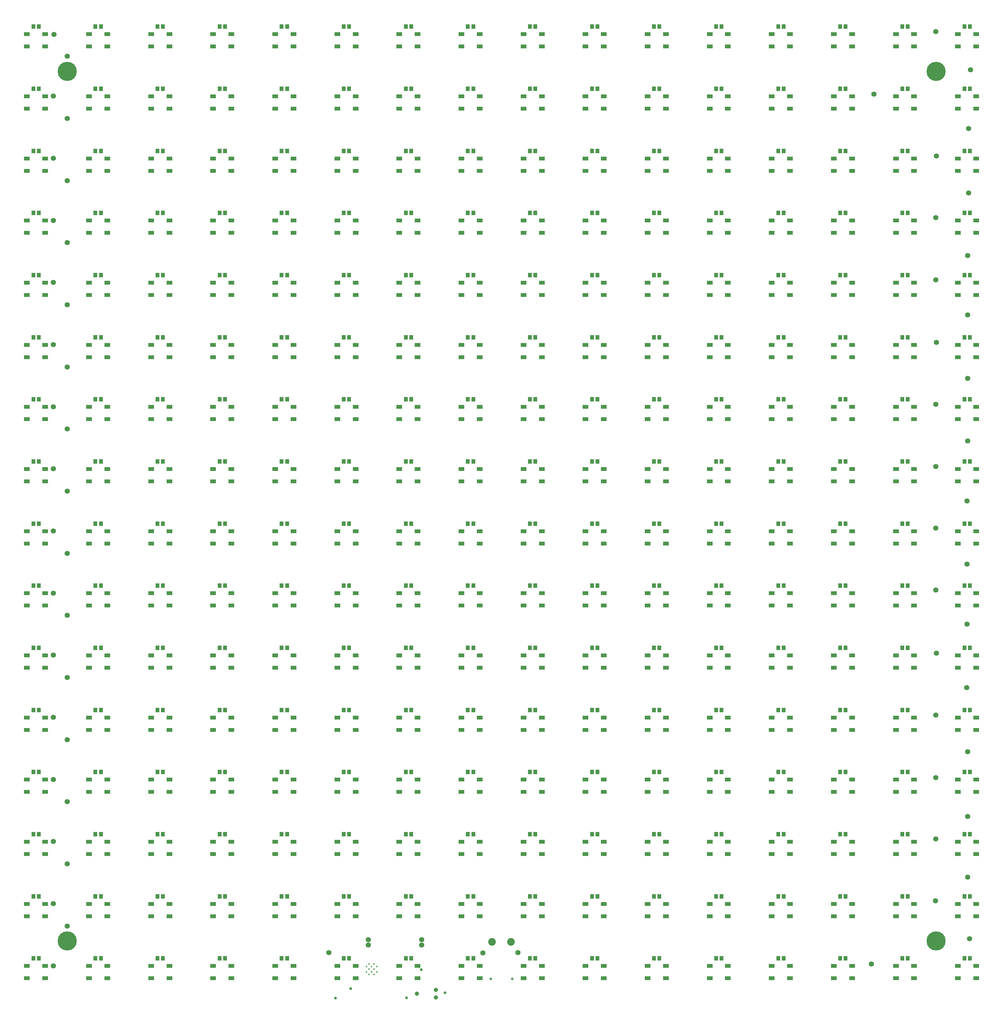
<source format=gts>
G04*
G04 #@! TF.GenerationSoftware,Altium Limited,Altium Designer,24.3.1 (35)*
G04*
G04 Layer_Color=8388736*
%FSLAX25Y25*%
%MOIN*%
G70*
G04*
G04 #@! TF.SameCoordinates,990AA879-4203-459C-8826-AB23A681A769*
G04*
G04*
G04 #@! TF.FilePolarity,Negative*
G04*
G01*
G75*
%ADD14R,0.04331X0.04724*%
%ADD15R,0.06496X0.04134*%
%ADD16C,0.04492*%
%ADD17C,0.01575*%
%ADD18C,0.02559*%
%ADD19C,0.20276*%
%ADD20C,0.08071*%
%ADD21C,0.02953*%
%ADD22C,0.05591*%
D14*
X554331Y506134D02*
D03*
X560039D02*
D03*
X488779D02*
D03*
X494488D02*
D03*
X423228D02*
D03*
X428937D02*
D03*
X357677D02*
D03*
X363386D02*
D03*
X423228Y899441D02*
D03*
X428937D02*
D03*
X882087Y637236D02*
D03*
X887795D02*
D03*
X226575Y506134D02*
D03*
X232283D02*
D03*
X292126D02*
D03*
X297835D02*
D03*
X357677Y899441D02*
D03*
X363386D02*
D03*
X750984Y637236D02*
D03*
X756693D02*
D03*
X750984Y833890D02*
D03*
X756693D02*
D03*
X685433Y571685D02*
D03*
X691142D02*
D03*
X619882D02*
D03*
X625591D02*
D03*
X554331D02*
D03*
X560039D02*
D03*
X488779D02*
D03*
X494488D02*
D03*
X750984D02*
D03*
X756693D02*
D03*
X554331Y899441D02*
D03*
X560039D02*
D03*
X357677Y375031D02*
D03*
X363386D02*
D03*
X357677Y440583D02*
D03*
X363386D02*
D03*
X423228D02*
D03*
X428937D02*
D03*
X161024Y375031D02*
D03*
X166732D02*
D03*
X95472D02*
D03*
X101181D02*
D03*
X1013189Y47276D02*
D03*
X1018898D02*
D03*
X488779Y440583D02*
D03*
X494488D02*
D03*
X1013189Y112827D02*
D03*
X1018898D02*
D03*
X1013189Y178378D02*
D03*
X1018898D02*
D03*
X1013189Y243929D02*
D03*
X1018898D02*
D03*
X1013189Y309480D02*
D03*
X1018898D02*
D03*
X1013189Y375031D02*
D03*
X1018898D02*
D03*
X1013189Y440583D02*
D03*
X1018898D02*
D03*
X1013189Y506134D02*
D03*
X1018898D02*
D03*
X1013189Y571685D02*
D03*
X1018898D02*
D03*
X423228Y964992D02*
D03*
X428937D02*
D03*
X226575Y702787D02*
D03*
X232283D02*
D03*
X161024D02*
D03*
X166732D02*
D03*
X161024Y899441D02*
D03*
X166732D02*
D03*
X95472Y702787D02*
D03*
X101181D02*
D03*
X292126Y768339D02*
D03*
X297835D02*
D03*
X226575D02*
D03*
X232283D02*
D03*
X95472D02*
D03*
X101181D02*
D03*
X882087Y1030543D02*
D03*
X887795D02*
D03*
X882087Y964992D02*
D03*
X887795D02*
D03*
X947638Y1030543D02*
D03*
X953347D02*
D03*
X95472Y833890D02*
D03*
X101181D02*
D03*
X750984Y1030543D02*
D03*
X756693D02*
D03*
X947638Y964992D02*
D03*
X953347D02*
D03*
X816535Y1030543D02*
D03*
X822244D02*
D03*
X292126D02*
D03*
X297835D02*
D03*
X292126Y899441D02*
D03*
X297835D02*
D03*
X685433Y637236D02*
D03*
X691142D02*
D03*
X619882D02*
D03*
X625591D02*
D03*
X554331D02*
D03*
X560039D02*
D03*
X488779D02*
D03*
X494488D02*
D03*
X292126D02*
D03*
X297835D02*
D03*
X226575D02*
D03*
X232283D02*
D03*
X357677D02*
D03*
X363386D02*
D03*
X226575Y899441D02*
D03*
X232283D02*
D03*
X554331Y702787D02*
D03*
X560039D02*
D03*
X554331Y768339D02*
D03*
X560039D02*
D03*
X554331Y833890D02*
D03*
X560039D02*
D03*
X357677Y702787D02*
D03*
X363386D02*
D03*
X488779Y768339D02*
D03*
X494488D02*
D03*
X488779Y702787D02*
D03*
X494488D02*
D03*
X423228D02*
D03*
X428937D02*
D03*
X619882Y47276D02*
D03*
X625591D02*
D03*
X685433D02*
D03*
X691142D02*
D03*
X947638Y637236D02*
D03*
X953347D02*
D03*
X750984Y47276D02*
D03*
X756693D02*
D03*
X816535D02*
D03*
X822244D02*
D03*
X882087D02*
D03*
X887795D02*
D03*
X554331D02*
D03*
X560039D02*
D03*
X947638D02*
D03*
X953347D02*
D03*
X882087Y506134D02*
D03*
X887795D02*
D03*
X947638D02*
D03*
X953347D02*
D03*
X750984Y440583D02*
D03*
X756693D02*
D03*
X947638Y571685D02*
D03*
X953347D02*
D03*
X947638Y702787D02*
D03*
X953347D02*
D03*
X947638Y768339D02*
D03*
X953347D02*
D03*
X947638Y833890D02*
D03*
X953347D02*
D03*
X947638Y899441D02*
D03*
X953347D02*
D03*
X357677Y1030543D02*
D03*
X363386D02*
D03*
X226575D02*
D03*
X232283D02*
D03*
X161024Y964992D02*
D03*
X166732D02*
D03*
X161024Y1030543D02*
D03*
X166732D02*
D03*
X95472D02*
D03*
X101181D02*
D03*
X226575Y964992D02*
D03*
X232283D02*
D03*
X29921Y1030543D02*
D03*
X35630D02*
D03*
X95472Y964992D02*
D03*
X101181D02*
D03*
X29921Y47276D02*
D03*
X35630D02*
D03*
X29921Y964992D02*
D03*
X35630D02*
D03*
X29921Y178378D02*
D03*
X35630D02*
D03*
X29921Y243929D02*
D03*
X35630D02*
D03*
X29921Y309480D02*
D03*
X35630D02*
D03*
X29921Y702787D02*
D03*
X35630D02*
D03*
X29921Y375031D02*
D03*
X35630D02*
D03*
X29921Y440583D02*
D03*
X35630D02*
D03*
X226575Y243929D02*
D03*
X232283D02*
D03*
X161024D02*
D03*
X166732D02*
D03*
X423228Y309480D02*
D03*
X428937D02*
D03*
X226575D02*
D03*
X232283D02*
D03*
X357677Y178378D02*
D03*
X363386D02*
D03*
X95472Y243929D02*
D03*
X101181D02*
D03*
X161024Y309480D02*
D03*
X166732D02*
D03*
X226575Y178378D02*
D03*
X232283D02*
D03*
X95472Y112827D02*
D03*
X101181D02*
D03*
X488779Y243929D02*
D03*
X494488D02*
D03*
X226575Y112827D02*
D03*
X232283D02*
D03*
X554331Y375031D02*
D03*
X560039D02*
D03*
X488779D02*
D03*
X494488D02*
D03*
X488779Y309480D02*
D03*
X494488D02*
D03*
X423228Y375031D02*
D03*
X428937D02*
D03*
X423228Y243929D02*
D03*
X428937D02*
D03*
X750984Y112827D02*
D03*
X756693D02*
D03*
X816535Y178378D02*
D03*
X822244D02*
D03*
X554331Y309480D02*
D03*
X560039D02*
D03*
X816535Y112827D02*
D03*
X822244D02*
D03*
X882087D02*
D03*
X887795D02*
D03*
X947638D02*
D03*
X953347D02*
D03*
X947638Y178378D02*
D03*
X953347D02*
D03*
X947638Y243929D02*
D03*
X953347D02*
D03*
X619882Y112827D02*
D03*
X625591D02*
D03*
X882087Y309480D02*
D03*
X887795D02*
D03*
X685433Y899441D02*
D03*
X691142D02*
D03*
X619882Y178378D02*
D03*
X625591D02*
D03*
X619882Y243929D02*
D03*
X625591D02*
D03*
X750984Y178378D02*
D03*
X756693D02*
D03*
X750984Y243929D02*
D03*
X756693D02*
D03*
X750984Y899441D02*
D03*
X756693D02*
D03*
X423228Y571685D02*
D03*
X428937D02*
D03*
X357677D02*
D03*
X363386D02*
D03*
X292126D02*
D03*
X297835D02*
D03*
X226575D02*
D03*
X232283D02*
D03*
X95472Y637236D02*
D03*
X101181D02*
D03*
X750984Y702787D02*
D03*
X756693D02*
D03*
X750984Y768339D02*
D03*
X756693D02*
D03*
X816535Y833890D02*
D03*
X822244D02*
D03*
X423228Y637236D02*
D03*
X428937D02*
D03*
X161024D02*
D03*
X166732D02*
D03*
X685433Y702787D02*
D03*
X691142D02*
D03*
X685433Y768339D02*
D03*
X691142D02*
D03*
X685433Y833890D02*
D03*
X691142D02*
D03*
X619882Y702787D02*
D03*
X625591D02*
D03*
X619882Y768339D02*
D03*
X625591D02*
D03*
X619882Y833890D02*
D03*
X625591D02*
D03*
X1013189Y637236D02*
D03*
X1018898D02*
D03*
X488779Y899441D02*
D03*
X494488D02*
D03*
X1013189Y702787D02*
D03*
X1018898D02*
D03*
X1013189Y768339D02*
D03*
X1018898D02*
D03*
X1013189Y833890D02*
D03*
X1018898D02*
D03*
X1013189Y899441D02*
D03*
X1018898D02*
D03*
X1013189Y964992D02*
D03*
X1018898D02*
D03*
X1013189Y1030543D02*
D03*
X1018898D02*
D03*
X882087Y768339D02*
D03*
X887795D02*
D03*
X882087Y833890D02*
D03*
X887795D02*
D03*
X816535Y571685D02*
D03*
X822244D02*
D03*
X816535Y637236D02*
D03*
X822244D02*
D03*
X816535Y702787D02*
D03*
X822244D02*
D03*
X816535Y768339D02*
D03*
X822244D02*
D03*
X882087Y571685D02*
D03*
X887795D02*
D03*
X882087Y702787D02*
D03*
X887795D02*
D03*
X619882Y1030543D02*
D03*
X625591D02*
D03*
X685433D02*
D03*
X691142D02*
D03*
X554331D02*
D03*
X560039D02*
D03*
X488779D02*
D03*
X494488D02*
D03*
X423228D02*
D03*
X428937D02*
D03*
X357677Y964992D02*
D03*
X363386D02*
D03*
X95472Y899441D02*
D03*
X101181D02*
D03*
X292126Y964992D02*
D03*
X297835D02*
D03*
X29921Y506134D02*
D03*
X35630D02*
D03*
X29921Y637236D02*
D03*
X35630D02*
D03*
X29921Y571685D02*
D03*
X35630D02*
D03*
X882087Y375031D02*
D03*
X887795D02*
D03*
X685433D02*
D03*
X691142D02*
D03*
X750984D02*
D03*
X756693D02*
D03*
X619882D02*
D03*
X625591D02*
D03*
X161024Y506134D02*
D03*
X166732D02*
D03*
X423228Y768339D02*
D03*
X428937D02*
D03*
X357677D02*
D03*
X363386D02*
D03*
X488779Y833890D02*
D03*
X494488D02*
D03*
X423228D02*
D03*
X428937D02*
D03*
X357677D02*
D03*
X363386D02*
D03*
X292126Y702787D02*
D03*
X297835D02*
D03*
X292126Y833890D02*
D03*
X297835D02*
D03*
X226575D02*
D03*
X232283D02*
D03*
X161024Y768339D02*
D03*
X166732D02*
D03*
X161024Y833890D02*
D03*
X166732D02*
D03*
X816535Y964992D02*
D03*
X822244D02*
D03*
X750984D02*
D03*
X756693D02*
D03*
X685433D02*
D03*
X691142D02*
D03*
X619882D02*
D03*
X625591D02*
D03*
X554331D02*
D03*
X560039D02*
D03*
X488779D02*
D03*
X494488D02*
D03*
X816535Y506134D02*
D03*
X822244D02*
D03*
X816535Y440583D02*
D03*
X822244D02*
D03*
X947638Y309480D02*
D03*
X953347D02*
D03*
X882087Y440583D02*
D03*
X887795D02*
D03*
X947638D02*
D03*
X953347D02*
D03*
X619882Y506134D02*
D03*
X625591D02*
D03*
X685433D02*
D03*
X691142D02*
D03*
X750984D02*
D03*
X756693D02*
D03*
X947638Y375031D02*
D03*
X953347D02*
D03*
X816535D02*
D03*
X822244D02*
D03*
X882087Y178378D02*
D03*
X887795D02*
D03*
X554331D02*
D03*
X560039D02*
D03*
X685433Y440583D02*
D03*
X691142D02*
D03*
X816535Y899441D02*
D03*
X822244D02*
D03*
X882087Y243929D02*
D03*
X887795D02*
D03*
X816535D02*
D03*
X822244D02*
D03*
X29921Y112827D02*
D03*
X35630D02*
D03*
X29921Y768339D02*
D03*
X35630D02*
D03*
X29921Y833890D02*
D03*
X35630D02*
D03*
X29921Y899441D02*
D03*
X35630D02*
D03*
X95472Y571685D02*
D03*
X101181D02*
D03*
X161024D02*
D03*
X166732D02*
D03*
X95472Y506134D02*
D03*
X101181D02*
D03*
X95472Y440583D02*
D03*
X101181D02*
D03*
X488779Y47276D02*
D03*
X494488D02*
D03*
X95472D02*
D03*
X101181D02*
D03*
X882087Y899441D02*
D03*
X887795D02*
D03*
X161024Y47276D02*
D03*
X166732D02*
D03*
X226575D02*
D03*
X232283D02*
D03*
X292126D02*
D03*
X297835D02*
D03*
X357677D02*
D03*
X363386D02*
D03*
X423228D02*
D03*
X428937D02*
D03*
X161024Y112827D02*
D03*
X166732D02*
D03*
X488779Y178378D02*
D03*
X494488D02*
D03*
X423228D02*
D03*
X428937D02*
D03*
X292126Y112827D02*
D03*
X297835D02*
D03*
X488779D02*
D03*
X494488D02*
D03*
X423228D02*
D03*
X428937D02*
D03*
X357677D02*
D03*
X363386D02*
D03*
X619882Y899441D02*
D03*
X625591D02*
D03*
X554331Y112827D02*
D03*
X560039D02*
D03*
X554331Y440583D02*
D03*
X560039D02*
D03*
X619882D02*
D03*
X625591D02*
D03*
X292126Y375031D02*
D03*
X297835D02*
D03*
X292126Y440583D02*
D03*
X297835D02*
D03*
X226575Y375031D02*
D03*
X232283D02*
D03*
X226575Y440583D02*
D03*
X232283D02*
D03*
X161024D02*
D03*
X166732D02*
D03*
X685433Y112827D02*
D03*
X691142D02*
D03*
X685433Y178378D02*
D03*
X691142D02*
D03*
X161024D02*
D03*
X166732D02*
D03*
X685433Y243929D02*
D03*
X691142D02*
D03*
X685433Y309480D02*
D03*
X691142D02*
D03*
X619882D02*
D03*
X625591D02*
D03*
X554331Y243929D02*
D03*
X560039D02*
D03*
X750984Y309480D02*
D03*
X756693D02*
D03*
X357677Y243929D02*
D03*
X363386D02*
D03*
X95472Y178378D02*
D03*
X101181D02*
D03*
X357677Y309480D02*
D03*
X363386D02*
D03*
X292126Y243929D02*
D03*
X297835D02*
D03*
X292126Y178378D02*
D03*
X297835D02*
D03*
X292126Y309480D02*
D03*
X297835D02*
D03*
X95472D02*
D03*
X101181D02*
D03*
X816535D02*
D03*
X822244D02*
D03*
D15*
X678642Y1022539D02*
D03*
Y1009547D02*
D03*
X697933D02*
D03*
Y1022539D02*
D03*
X547539D02*
D03*
Y1009547D02*
D03*
X566831D02*
D03*
Y1022539D02*
D03*
X613091D02*
D03*
Y1009547D02*
D03*
X632382D02*
D03*
Y1022539D02*
D03*
X678642Y956988D02*
D03*
Y943996D02*
D03*
X697933D02*
D03*
Y956988D02*
D03*
X613091D02*
D03*
Y943996D02*
D03*
X632382D02*
D03*
Y956988D02*
D03*
X547539D02*
D03*
Y943996D02*
D03*
X566831D02*
D03*
Y956988D02*
D03*
X1006398D02*
D03*
Y943996D02*
D03*
X1025689D02*
D03*
Y956988D02*
D03*
X940847D02*
D03*
Y943996D02*
D03*
X960138D02*
D03*
Y956988D02*
D03*
X1006398Y1022539D02*
D03*
Y1009547D02*
D03*
X1025689D02*
D03*
Y1022539D02*
D03*
X940847D02*
D03*
Y1009547D02*
D03*
X960138D02*
D03*
Y1022539D02*
D03*
X875295Y956988D02*
D03*
Y943996D02*
D03*
X894587D02*
D03*
Y956988D02*
D03*
X809744D02*
D03*
Y943996D02*
D03*
X829035D02*
D03*
Y956988D02*
D03*
X744193D02*
D03*
Y943996D02*
D03*
X763484D02*
D03*
Y956988D02*
D03*
X744193Y1022539D02*
D03*
Y1009547D02*
D03*
X763484D02*
D03*
Y1022539D02*
D03*
X875295D02*
D03*
Y1009547D02*
D03*
X894587D02*
D03*
Y1022539D02*
D03*
X809744D02*
D03*
Y1009547D02*
D03*
X829035D02*
D03*
Y1022539D02*
D03*
X23130D02*
D03*
Y1009547D02*
D03*
X42421D02*
D03*
Y1022539D02*
D03*
X23130Y956988D02*
D03*
Y943996D02*
D03*
X42421D02*
D03*
Y956988D02*
D03*
X154232Y1022539D02*
D03*
Y1009547D02*
D03*
X173524D02*
D03*
Y1022539D02*
D03*
X219783D02*
D03*
Y1009547D02*
D03*
X239075D02*
D03*
Y1022539D02*
D03*
X285335D02*
D03*
Y1009547D02*
D03*
X304626D02*
D03*
Y1022539D02*
D03*
X416437D02*
D03*
Y1009547D02*
D03*
X435728D02*
D03*
Y1022539D02*
D03*
X481988D02*
D03*
Y1009547D02*
D03*
X501280D02*
D03*
Y1022539D02*
D03*
X350886D02*
D03*
Y1009547D02*
D03*
X370177D02*
D03*
Y1022539D02*
D03*
X481988Y956988D02*
D03*
Y943996D02*
D03*
X501280D02*
D03*
Y956988D02*
D03*
X416437D02*
D03*
Y943996D02*
D03*
X435728D02*
D03*
Y956988D02*
D03*
X350886D02*
D03*
Y943996D02*
D03*
X370177D02*
D03*
Y956988D02*
D03*
X285335D02*
D03*
Y943996D02*
D03*
X304626D02*
D03*
Y956988D02*
D03*
X219783D02*
D03*
Y943996D02*
D03*
X239075D02*
D03*
Y956988D02*
D03*
X154232D02*
D03*
Y943996D02*
D03*
X173524D02*
D03*
Y956988D02*
D03*
X88681Y1022539D02*
D03*
Y1009547D02*
D03*
X107973D02*
D03*
Y1022539D02*
D03*
X88681Y956988D02*
D03*
Y943996D02*
D03*
X107973D02*
D03*
Y956988D02*
D03*
X416437Y891437D02*
D03*
Y878445D02*
D03*
X435728D02*
D03*
Y891437D02*
D03*
X350886D02*
D03*
Y878445D02*
D03*
X370177D02*
D03*
Y891437D02*
D03*
X940847D02*
D03*
Y878445D02*
D03*
X960138D02*
D03*
Y891437D02*
D03*
X875295D02*
D03*
Y878445D02*
D03*
X894587D02*
D03*
Y891437D02*
D03*
X285335D02*
D03*
Y878445D02*
D03*
X304626D02*
D03*
Y891437D02*
D03*
X219783D02*
D03*
Y878445D02*
D03*
X239075D02*
D03*
Y891437D02*
D03*
X88681D02*
D03*
Y878445D02*
D03*
X107973D02*
D03*
Y891437D02*
D03*
X154232D02*
D03*
Y878445D02*
D03*
X173524D02*
D03*
Y891437D02*
D03*
X678642D02*
D03*
Y878445D02*
D03*
X697933D02*
D03*
Y891437D02*
D03*
X613091D02*
D03*
Y878445D02*
D03*
X632382D02*
D03*
Y891437D02*
D03*
X809744D02*
D03*
Y878445D02*
D03*
X829035D02*
D03*
Y891437D02*
D03*
X744193D02*
D03*
Y878445D02*
D03*
X763484D02*
D03*
Y891437D02*
D03*
X481988D02*
D03*
Y878445D02*
D03*
X501280D02*
D03*
Y891437D02*
D03*
X547539D02*
D03*
Y878445D02*
D03*
X566831D02*
D03*
Y891437D02*
D03*
X23130D02*
D03*
Y878445D02*
D03*
X42421D02*
D03*
Y891437D02*
D03*
X1006398D02*
D03*
Y878445D02*
D03*
X1025689D02*
D03*
Y891437D02*
D03*
X23130Y170374D02*
D03*
Y157382D02*
D03*
X42421D02*
D03*
Y170374D02*
D03*
X154232D02*
D03*
Y157382D02*
D03*
X173524D02*
D03*
Y170374D02*
D03*
X285335D02*
D03*
Y157382D02*
D03*
X304626D02*
D03*
Y170374D02*
D03*
X350886D02*
D03*
Y157382D02*
D03*
X370177D02*
D03*
Y170374D02*
D03*
X219783D02*
D03*
Y157382D02*
D03*
X239075D02*
D03*
Y170374D02*
D03*
X88681D02*
D03*
Y157382D02*
D03*
X107973D02*
D03*
Y170374D02*
D03*
X547539Y367027D02*
D03*
Y354035D02*
D03*
X566831D02*
D03*
Y367027D02*
D03*
X613091D02*
D03*
Y354035D02*
D03*
X632382D02*
D03*
Y367027D02*
D03*
X481988D02*
D03*
Y354035D02*
D03*
X501280D02*
D03*
Y367027D02*
D03*
X809744Y104823D02*
D03*
Y91831D02*
D03*
X829035D02*
D03*
Y104823D02*
D03*
X678642D02*
D03*
Y91831D02*
D03*
X697933D02*
D03*
Y104823D02*
D03*
X744193D02*
D03*
Y91831D02*
D03*
X763484D02*
D03*
Y104823D02*
D03*
X613091D02*
D03*
Y91831D02*
D03*
X632382D02*
D03*
Y104823D02*
D03*
X678642Y367027D02*
D03*
Y354035D02*
D03*
X697933D02*
D03*
Y367027D02*
D03*
X744193D02*
D03*
Y354035D02*
D03*
X763484D02*
D03*
Y367027D02*
D03*
X809744D02*
D03*
Y354035D02*
D03*
X829035D02*
D03*
Y367027D02*
D03*
X744193Y432579D02*
D03*
Y419587D02*
D03*
X763484D02*
D03*
Y432579D02*
D03*
X547539D02*
D03*
Y419587D02*
D03*
X566831D02*
D03*
Y432579D02*
D03*
X481988D02*
D03*
Y419587D02*
D03*
X501280D02*
D03*
Y432579D02*
D03*
X613091D02*
D03*
Y419587D02*
D03*
X632382D02*
D03*
Y432579D02*
D03*
X678642D02*
D03*
Y419587D02*
D03*
X697933D02*
D03*
Y432579D02*
D03*
X809744D02*
D03*
Y419587D02*
D03*
X829035D02*
D03*
Y432579D02*
D03*
X547539Y104823D02*
D03*
Y91831D02*
D03*
X566831D02*
D03*
Y104823D02*
D03*
X547539Y498130D02*
D03*
Y485138D02*
D03*
X566831D02*
D03*
Y498130D02*
D03*
X481988D02*
D03*
Y485138D02*
D03*
X501280D02*
D03*
Y498130D02*
D03*
X481988Y629232D02*
D03*
Y616240D02*
D03*
X501280D02*
D03*
Y629232D02*
D03*
X547539D02*
D03*
Y616240D02*
D03*
X566831D02*
D03*
Y629232D02*
D03*
X613091D02*
D03*
Y616240D02*
D03*
X632382D02*
D03*
Y629232D02*
D03*
X744193Y498130D02*
D03*
Y485138D02*
D03*
X763484D02*
D03*
Y498130D02*
D03*
X678642D02*
D03*
Y485138D02*
D03*
X697933D02*
D03*
Y498130D02*
D03*
X613091D02*
D03*
Y485138D02*
D03*
X632382D02*
D03*
Y498130D02*
D03*
X744193Y629232D02*
D03*
Y616240D02*
D03*
X763484D02*
D03*
Y629232D02*
D03*
X678642D02*
D03*
Y616240D02*
D03*
X697933D02*
D03*
Y629232D02*
D03*
X809744D02*
D03*
Y616240D02*
D03*
X829035D02*
D03*
Y629232D02*
D03*
X744193Y563681D02*
D03*
Y550689D02*
D03*
X763484D02*
D03*
Y563681D02*
D03*
X809744D02*
D03*
Y550689D02*
D03*
X829035D02*
D03*
Y563681D02*
D03*
X547539D02*
D03*
Y550689D02*
D03*
X566831D02*
D03*
Y563681D02*
D03*
X678642D02*
D03*
Y550689D02*
D03*
X697933D02*
D03*
Y563681D02*
D03*
X613091D02*
D03*
Y550689D02*
D03*
X632382D02*
D03*
Y563681D02*
D03*
X481988D02*
D03*
Y550689D02*
D03*
X501280D02*
D03*
Y563681D02*
D03*
X744193Y301476D02*
D03*
Y288484D02*
D03*
X763484D02*
D03*
Y301476D02*
D03*
X809744D02*
D03*
Y288484D02*
D03*
X829035D02*
D03*
Y301476D02*
D03*
X678642D02*
D03*
Y288484D02*
D03*
X697933D02*
D03*
Y301476D02*
D03*
X613091D02*
D03*
Y288484D02*
D03*
X632382D02*
D03*
Y301476D02*
D03*
X1006398D02*
D03*
Y288484D02*
D03*
X1025689D02*
D03*
Y301476D02*
D03*
X547539D02*
D03*
Y288484D02*
D03*
X566831D02*
D03*
Y301476D02*
D03*
X940847D02*
D03*
Y288484D02*
D03*
X960138D02*
D03*
Y301476D02*
D03*
X875295D02*
D03*
Y288484D02*
D03*
X894587D02*
D03*
Y301476D02*
D03*
X481988D02*
D03*
Y288484D02*
D03*
X501280D02*
D03*
Y301476D02*
D03*
X416437D02*
D03*
Y288484D02*
D03*
X435728D02*
D03*
Y301476D02*
D03*
X350886D02*
D03*
Y288484D02*
D03*
X370177D02*
D03*
Y301476D02*
D03*
X23130D02*
D03*
Y288484D02*
D03*
X42421D02*
D03*
Y301476D02*
D03*
X88681D02*
D03*
Y288484D02*
D03*
X107973D02*
D03*
Y301476D02*
D03*
X219783D02*
D03*
Y288484D02*
D03*
X239075D02*
D03*
Y301476D02*
D03*
X154232D02*
D03*
Y288484D02*
D03*
X173524D02*
D03*
Y301476D02*
D03*
X285335D02*
D03*
Y288484D02*
D03*
X304626D02*
D03*
Y301476D02*
D03*
X154232Y825886D02*
D03*
Y812894D02*
D03*
X173524D02*
D03*
Y825886D02*
D03*
X154232Y694783D02*
D03*
Y681791D02*
D03*
X173524D02*
D03*
Y694783D02*
D03*
X154232Y760335D02*
D03*
Y747342D02*
D03*
X173524D02*
D03*
Y760335D02*
D03*
X285335Y694783D02*
D03*
Y681791D02*
D03*
X304626D02*
D03*
Y694783D02*
D03*
X285335Y760335D02*
D03*
Y747342D02*
D03*
X304626D02*
D03*
Y760335D02*
D03*
X285335Y825886D02*
D03*
Y812894D02*
D03*
X304626D02*
D03*
Y825886D02*
D03*
X219783D02*
D03*
Y812894D02*
D03*
X239075D02*
D03*
Y825886D02*
D03*
X219783Y760335D02*
D03*
Y747342D02*
D03*
X239075D02*
D03*
Y760335D02*
D03*
X350886Y825886D02*
D03*
Y812894D02*
D03*
X370177D02*
D03*
Y825886D02*
D03*
X350886Y694783D02*
D03*
Y681791D02*
D03*
X370177D02*
D03*
Y694783D02*
D03*
X350886Y760335D02*
D03*
Y747342D02*
D03*
X370177D02*
D03*
Y760335D02*
D03*
X416437Y825886D02*
D03*
Y812894D02*
D03*
X435728D02*
D03*
Y825886D02*
D03*
X416437Y694783D02*
D03*
Y681791D02*
D03*
X435728D02*
D03*
Y694783D02*
D03*
X416437Y760335D02*
D03*
Y747342D02*
D03*
X435728D02*
D03*
Y760335D02*
D03*
X613091Y825886D02*
D03*
Y812894D02*
D03*
X632382D02*
D03*
Y825886D02*
D03*
X547539D02*
D03*
Y812894D02*
D03*
X566831D02*
D03*
Y825886D02*
D03*
X481988D02*
D03*
Y812894D02*
D03*
X501280D02*
D03*
Y825886D02*
D03*
X613091Y170374D02*
D03*
Y157382D02*
D03*
X632382D02*
D03*
Y170374D02*
D03*
X678642D02*
D03*
Y157382D02*
D03*
X697933D02*
D03*
Y170374D02*
D03*
X547539D02*
D03*
Y157382D02*
D03*
X566831D02*
D03*
Y170374D02*
D03*
X481988D02*
D03*
Y157382D02*
D03*
X501280D02*
D03*
Y170374D02*
D03*
X416437D02*
D03*
Y157382D02*
D03*
X435728D02*
D03*
Y170374D02*
D03*
X809744D02*
D03*
Y157382D02*
D03*
X829035D02*
D03*
Y170374D02*
D03*
X875295D02*
D03*
Y157382D02*
D03*
X894587D02*
D03*
Y170374D02*
D03*
X940847D02*
D03*
Y157382D02*
D03*
X960138D02*
D03*
Y170374D02*
D03*
X1006398D02*
D03*
Y157382D02*
D03*
X1025689D02*
D03*
Y170374D02*
D03*
X744193D02*
D03*
Y157382D02*
D03*
X763484D02*
D03*
Y170374D02*
D03*
X1006398Y825886D02*
D03*
Y812894D02*
D03*
X1025689D02*
D03*
Y825886D02*
D03*
X1006398Y694783D02*
D03*
Y681791D02*
D03*
X1025689D02*
D03*
Y694783D02*
D03*
X1006398Y760335D02*
D03*
Y747342D02*
D03*
X1025689D02*
D03*
Y760335D02*
D03*
X940847Y694783D02*
D03*
Y681791D02*
D03*
X960138D02*
D03*
Y694783D02*
D03*
X875295D02*
D03*
Y681791D02*
D03*
X894587D02*
D03*
Y694783D02*
D03*
X809744Y760335D02*
D03*
Y747342D02*
D03*
X829035D02*
D03*
Y760335D02*
D03*
X940847Y825886D02*
D03*
Y812894D02*
D03*
X960138D02*
D03*
Y825886D02*
D03*
X940847Y760335D02*
D03*
Y747342D02*
D03*
X960138D02*
D03*
Y760335D02*
D03*
X875295Y825886D02*
D03*
Y812894D02*
D03*
X894587D02*
D03*
Y825886D02*
D03*
X875295Y760335D02*
D03*
Y747342D02*
D03*
X894587D02*
D03*
Y760335D02*
D03*
X809744Y825886D02*
D03*
Y812894D02*
D03*
X829035D02*
D03*
Y825886D02*
D03*
X1006398Y629232D02*
D03*
Y616240D02*
D03*
X1025689D02*
D03*
Y629232D02*
D03*
X940847Y563681D02*
D03*
Y550689D02*
D03*
X960138D02*
D03*
Y563681D02*
D03*
X875295D02*
D03*
Y550689D02*
D03*
X894587D02*
D03*
Y563681D02*
D03*
X1006398D02*
D03*
Y550689D02*
D03*
X1025689D02*
D03*
Y563681D02*
D03*
X940847Y629232D02*
D03*
Y616240D02*
D03*
X960138D02*
D03*
Y629232D02*
D03*
X875295D02*
D03*
Y616240D02*
D03*
X894587D02*
D03*
Y629232D02*
D03*
X940847Y432579D02*
D03*
Y419587D02*
D03*
X960138D02*
D03*
Y432579D02*
D03*
X940847Y498130D02*
D03*
Y485138D02*
D03*
X960138D02*
D03*
Y498130D02*
D03*
X875295Y432579D02*
D03*
Y419587D02*
D03*
X894587D02*
D03*
Y432579D02*
D03*
X875295Y498130D02*
D03*
Y485138D02*
D03*
X894587D02*
D03*
Y498130D02*
D03*
X1006398D02*
D03*
Y485138D02*
D03*
X1025689D02*
D03*
Y498130D02*
D03*
X875295Y367027D02*
D03*
Y354035D02*
D03*
X894587D02*
D03*
Y367027D02*
D03*
X809744Y498130D02*
D03*
Y485138D02*
D03*
X829035D02*
D03*
Y498130D02*
D03*
X1006398Y367027D02*
D03*
Y354035D02*
D03*
X1025689D02*
D03*
Y367027D02*
D03*
X1006398Y432579D02*
D03*
Y419587D02*
D03*
X1025689D02*
D03*
Y432579D02*
D03*
X940847Y367027D02*
D03*
Y354035D02*
D03*
X960138D02*
D03*
Y367027D02*
D03*
X285335Y235925D02*
D03*
Y222933D02*
D03*
X304626D02*
D03*
Y235925D02*
D03*
X350886D02*
D03*
Y222933D02*
D03*
X370177D02*
D03*
Y235925D02*
D03*
X416437D02*
D03*
Y222933D02*
D03*
X435728D02*
D03*
Y235925D02*
D03*
X547539D02*
D03*
Y222933D02*
D03*
X566831D02*
D03*
Y235925D02*
D03*
X613091D02*
D03*
Y222933D02*
D03*
X632382D02*
D03*
Y235925D02*
D03*
X809744D02*
D03*
Y222933D02*
D03*
X829035D02*
D03*
Y235925D02*
D03*
X678642D02*
D03*
Y222933D02*
D03*
X697933D02*
D03*
Y235925D02*
D03*
X744193D02*
D03*
Y222933D02*
D03*
X763484D02*
D03*
Y235925D02*
D03*
X219783D02*
D03*
Y222933D02*
D03*
X239075D02*
D03*
Y235925D02*
D03*
X481988D02*
D03*
Y222933D02*
D03*
X501280D02*
D03*
Y235925D02*
D03*
X154232D02*
D03*
Y222933D02*
D03*
X173524D02*
D03*
Y235925D02*
D03*
X88681D02*
D03*
Y222933D02*
D03*
X107973D02*
D03*
Y235925D02*
D03*
X23130D02*
D03*
Y222933D02*
D03*
X42421D02*
D03*
Y235925D02*
D03*
X940847D02*
D03*
Y222933D02*
D03*
X960138D02*
D03*
Y235925D02*
D03*
X1006398D02*
D03*
Y222933D02*
D03*
X1025689D02*
D03*
Y235925D02*
D03*
X875295D02*
D03*
Y222933D02*
D03*
X894587D02*
D03*
Y235925D02*
D03*
X88681Y39272D02*
D03*
Y26280D02*
D03*
X107973D02*
D03*
Y39272D02*
D03*
X23130D02*
D03*
Y26280D02*
D03*
X42421D02*
D03*
Y39272D02*
D03*
X23130Y104823D02*
D03*
Y91831D02*
D03*
X42421D02*
D03*
Y104823D02*
D03*
X154232D02*
D03*
Y91831D02*
D03*
X173524D02*
D03*
Y104823D02*
D03*
X154232Y39272D02*
D03*
Y26280D02*
D03*
X173524D02*
D03*
Y39272D02*
D03*
X219783Y104823D02*
D03*
Y91831D02*
D03*
X239075D02*
D03*
Y104823D02*
D03*
X285335Y39272D02*
D03*
Y26280D02*
D03*
X304626D02*
D03*
Y39272D02*
D03*
X219783D02*
D03*
Y26280D02*
D03*
X239075D02*
D03*
Y39272D02*
D03*
X285335Y104823D02*
D03*
Y91831D02*
D03*
X304626D02*
D03*
Y104823D02*
D03*
X88681D02*
D03*
Y91831D02*
D03*
X107973D02*
D03*
Y104823D02*
D03*
X23130Y498130D02*
D03*
Y485138D02*
D03*
X42421D02*
D03*
Y498130D02*
D03*
X23130Y563681D02*
D03*
Y550689D02*
D03*
X42421D02*
D03*
Y563681D02*
D03*
X23130Y694783D02*
D03*
Y681791D02*
D03*
X42421D02*
D03*
Y694783D02*
D03*
X23130Y629232D02*
D03*
Y616240D02*
D03*
X42421D02*
D03*
Y629232D02*
D03*
X23130Y825886D02*
D03*
Y812894D02*
D03*
X42421D02*
D03*
Y825886D02*
D03*
X88681D02*
D03*
Y812894D02*
D03*
X107973D02*
D03*
Y825886D02*
D03*
X88681Y498130D02*
D03*
Y485138D02*
D03*
X107973D02*
D03*
Y498130D02*
D03*
X88681Y563681D02*
D03*
Y550689D02*
D03*
X107973D02*
D03*
Y563681D02*
D03*
X88681Y629232D02*
D03*
Y616240D02*
D03*
X107973D02*
D03*
Y629232D02*
D03*
X88681Y694783D02*
D03*
Y681791D02*
D03*
X107973D02*
D03*
Y694783D02*
D03*
X23130Y760335D02*
D03*
Y747342D02*
D03*
X42421D02*
D03*
Y760335D02*
D03*
X88681D02*
D03*
Y747342D02*
D03*
X107973D02*
D03*
Y760335D02*
D03*
X88681Y367027D02*
D03*
Y354035D02*
D03*
X107973D02*
D03*
Y367027D02*
D03*
X88681Y432579D02*
D03*
Y419587D02*
D03*
X107973D02*
D03*
Y432579D02*
D03*
X23130Y367027D02*
D03*
Y354035D02*
D03*
X42421D02*
D03*
Y367027D02*
D03*
X23130Y432579D02*
D03*
Y419587D02*
D03*
X42421D02*
D03*
Y432579D02*
D03*
X744193Y760335D02*
D03*
Y747342D02*
D03*
X763484D02*
D03*
Y760335D02*
D03*
X744193Y825886D02*
D03*
Y812894D02*
D03*
X763484D02*
D03*
Y825886D02*
D03*
X809744Y694783D02*
D03*
Y681791D02*
D03*
X829035D02*
D03*
Y694783D02*
D03*
X744193D02*
D03*
Y681791D02*
D03*
X763484D02*
D03*
Y694783D02*
D03*
X678642D02*
D03*
Y681791D02*
D03*
X697933D02*
D03*
Y694783D02*
D03*
X613091D02*
D03*
Y681791D02*
D03*
X632382D02*
D03*
Y694783D02*
D03*
X547539D02*
D03*
Y681791D02*
D03*
X566831D02*
D03*
Y694783D02*
D03*
X481988D02*
D03*
Y681791D02*
D03*
X501280D02*
D03*
Y694783D02*
D03*
X481988Y760335D02*
D03*
Y747342D02*
D03*
X501280D02*
D03*
Y760335D02*
D03*
X613091D02*
D03*
Y747342D02*
D03*
X632382D02*
D03*
Y760335D02*
D03*
X547539D02*
D03*
Y747342D02*
D03*
X566831D02*
D03*
Y760335D02*
D03*
X678642D02*
D03*
Y747342D02*
D03*
X697933D02*
D03*
Y760335D02*
D03*
X678642Y825886D02*
D03*
Y812894D02*
D03*
X697933D02*
D03*
Y825886D02*
D03*
X416437Y498130D02*
D03*
Y485138D02*
D03*
X435728D02*
D03*
Y498130D02*
D03*
X416437Y563681D02*
D03*
Y550689D02*
D03*
X435728D02*
D03*
Y563681D02*
D03*
X350886Y367027D02*
D03*
Y354035D02*
D03*
X370177D02*
D03*
Y367027D02*
D03*
X416437D02*
D03*
Y354035D02*
D03*
X435728D02*
D03*
Y367027D02*
D03*
X219783D02*
D03*
Y354035D02*
D03*
X239075D02*
D03*
Y367027D02*
D03*
X154232D02*
D03*
Y354035D02*
D03*
X173524D02*
D03*
Y367027D02*
D03*
X154232Y432579D02*
D03*
Y419587D02*
D03*
X173524D02*
D03*
Y432579D02*
D03*
X285335Y367027D02*
D03*
Y354035D02*
D03*
X304626D02*
D03*
Y367027D02*
D03*
X285335Y432579D02*
D03*
Y419587D02*
D03*
X304626D02*
D03*
Y432579D02*
D03*
X219783D02*
D03*
Y419587D02*
D03*
X239075D02*
D03*
Y432579D02*
D03*
X219783Y563681D02*
D03*
Y550689D02*
D03*
X239075D02*
D03*
Y563681D02*
D03*
X350886Y498130D02*
D03*
Y485138D02*
D03*
X370177D02*
D03*
Y498130D02*
D03*
X350886Y563681D02*
D03*
Y550689D02*
D03*
X370177D02*
D03*
Y563681D02*
D03*
X285335Y629232D02*
D03*
Y616240D02*
D03*
X304626D02*
D03*
Y629232D02*
D03*
X285335Y563681D02*
D03*
Y550689D02*
D03*
X304626D02*
D03*
Y563681D02*
D03*
X154232Y629232D02*
D03*
Y616240D02*
D03*
X173524D02*
D03*
Y629232D02*
D03*
X154232Y563681D02*
D03*
Y550689D02*
D03*
X173524D02*
D03*
Y563681D02*
D03*
X416437Y629232D02*
D03*
Y616240D02*
D03*
X435728D02*
D03*
Y629232D02*
D03*
X350886D02*
D03*
Y616240D02*
D03*
X370177D02*
D03*
Y629232D02*
D03*
X154232Y498130D02*
D03*
Y485138D02*
D03*
X173524D02*
D03*
Y498130D02*
D03*
X219783D02*
D03*
Y485138D02*
D03*
X239075D02*
D03*
Y498130D02*
D03*
X285335D02*
D03*
Y485138D02*
D03*
X304626D02*
D03*
Y498130D02*
D03*
X416437Y432579D02*
D03*
Y419587D02*
D03*
X435728D02*
D03*
Y432579D02*
D03*
X350886D02*
D03*
Y419587D02*
D03*
X370177D02*
D03*
Y432579D02*
D03*
X219783Y629232D02*
D03*
Y616240D02*
D03*
X239075D02*
D03*
Y629232D02*
D03*
X219783Y694783D02*
D03*
Y681791D02*
D03*
X239075D02*
D03*
Y694783D02*
D03*
X809744Y39272D02*
D03*
Y26280D02*
D03*
X829035D02*
D03*
Y39272D02*
D03*
X744193D02*
D03*
Y26280D02*
D03*
X763484D02*
D03*
Y39272D02*
D03*
X678642D02*
D03*
Y26280D02*
D03*
X697933D02*
D03*
Y39272D02*
D03*
X1006398D02*
D03*
Y26280D02*
D03*
X1025689D02*
D03*
Y39272D02*
D03*
X940847D02*
D03*
Y26280D02*
D03*
X960138D02*
D03*
Y39272D02*
D03*
X875295D02*
D03*
Y26280D02*
D03*
X894587D02*
D03*
Y39272D02*
D03*
X613091D02*
D03*
Y26280D02*
D03*
X632382D02*
D03*
Y39272D02*
D03*
X481988Y104823D02*
D03*
Y91831D02*
D03*
X501280D02*
D03*
Y104823D02*
D03*
X416437D02*
D03*
Y91831D02*
D03*
X435728D02*
D03*
Y104823D02*
D03*
X350886D02*
D03*
Y91831D02*
D03*
X370177D02*
D03*
Y104823D02*
D03*
X1006398D02*
D03*
Y91831D02*
D03*
X1025689D02*
D03*
Y104823D02*
D03*
X940847D02*
D03*
Y91831D02*
D03*
X960138D02*
D03*
Y104823D02*
D03*
X875295D02*
D03*
Y91831D02*
D03*
X894587D02*
D03*
Y104823D02*
D03*
X547539Y39272D02*
D03*
Y26280D02*
D03*
X566831D02*
D03*
Y39272D02*
D03*
X481988D02*
D03*
Y26280D02*
D03*
X501280D02*
D03*
Y39272D02*
D03*
X416437D02*
D03*
Y26280D02*
D03*
X435728D02*
D03*
Y39272D02*
D03*
X350886D02*
D03*
Y26280D02*
D03*
X370177D02*
D03*
Y39272D02*
D03*
D16*
X455000Y14000D02*
D03*
Y6000D02*
D03*
X435000Y10000D02*
D03*
D17*
X387043Y33138D02*
D03*
X381532D02*
D03*
X392555D02*
D03*
X381532Y38650D02*
D03*
X387043D02*
D03*
X392555D02*
D03*
X384287Y30382D02*
D03*
X389799D02*
D03*
X384287Y35894D02*
D03*
X389799D02*
D03*
X384287Y41405D02*
D03*
X389799D02*
D03*
D18*
X513031Y25756D02*
D03*
X535787D02*
D03*
D19*
X983268Y983268D02*
D03*
X65551D02*
D03*
X983268Y65551D02*
D03*
X65551D02*
D03*
D20*
X534410Y64813D02*
D03*
X514409D02*
D03*
D21*
X423945Y5750D02*
D03*
X464500Y11000D02*
D03*
X439500Y35500D02*
D03*
X349000Y5500D02*
D03*
X365000Y15500D02*
D03*
D22*
X65500Y81500D02*
D03*
X1019500Y985000D02*
D03*
X1017500Y923000D02*
D03*
Y855000D02*
D03*
X1016500Y789000D02*
D03*
Y726500D02*
D03*
Y659500D02*
D03*
Y593500D02*
D03*
X1018500Y68000D02*
D03*
X1016500Y133000D02*
D03*
Y197000D02*
D03*
Y265500D02*
D03*
X1015500Y333000D02*
D03*
X1016000Y400000D02*
D03*
Y463500D02*
D03*
Y530000D02*
D03*
X983000Y1025500D02*
D03*
X917500Y959500D02*
D03*
X983500Y894000D02*
D03*
X983000Y829000D02*
D03*
Y763500D02*
D03*
X983500Y697500D02*
D03*
X983000Y632000D02*
D03*
Y566500D02*
D03*
Y501500D02*
D03*
Y436000D02*
D03*
X915000Y41500D02*
D03*
X982500Y108000D02*
D03*
X983000Y173500D02*
D03*
Y238000D02*
D03*
Y304000D02*
D03*
X983500Y369500D02*
D03*
X51500Y1022500D02*
D03*
X342000Y53500D02*
D03*
X383500Y67000D02*
D03*
Y61500D02*
D03*
X440000Y67000D02*
D03*
Y61500D02*
D03*
X541500Y53500D02*
D03*
X504500Y53000D02*
D03*
X65500Y999216D02*
D03*
X51000Y957216D02*
D03*
X65500Y933665D02*
D03*
X51000Y891665D02*
D03*
X65500Y868114D02*
D03*
X51000Y826114D02*
D03*
X65500Y802563D02*
D03*
X51000Y760563D02*
D03*
X65500Y737012D02*
D03*
X51000Y695012D02*
D03*
X65500Y671460D02*
D03*
X51000Y629460D02*
D03*
X65500Y605909D02*
D03*
X51000Y563909D02*
D03*
X65500Y540358D02*
D03*
X51000Y498358D02*
D03*
X65500Y474807D02*
D03*
X51000Y432807D02*
D03*
X65500Y409256D02*
D03*
X51000Y367256D02*
D03*
X65500Y343705D02*
D03*
X51000Y301705D02*
D03*
X65500Y278153D02*
D03*
X51000Y236153D02*
D03*
X65500Y212602D02*
D03*
X51000Y170602D02*
D03*
X65500Y147051D02*
D03*
X51000Y105051D02*
D03*
Y39500D02*
D03*
M02*

</source>
